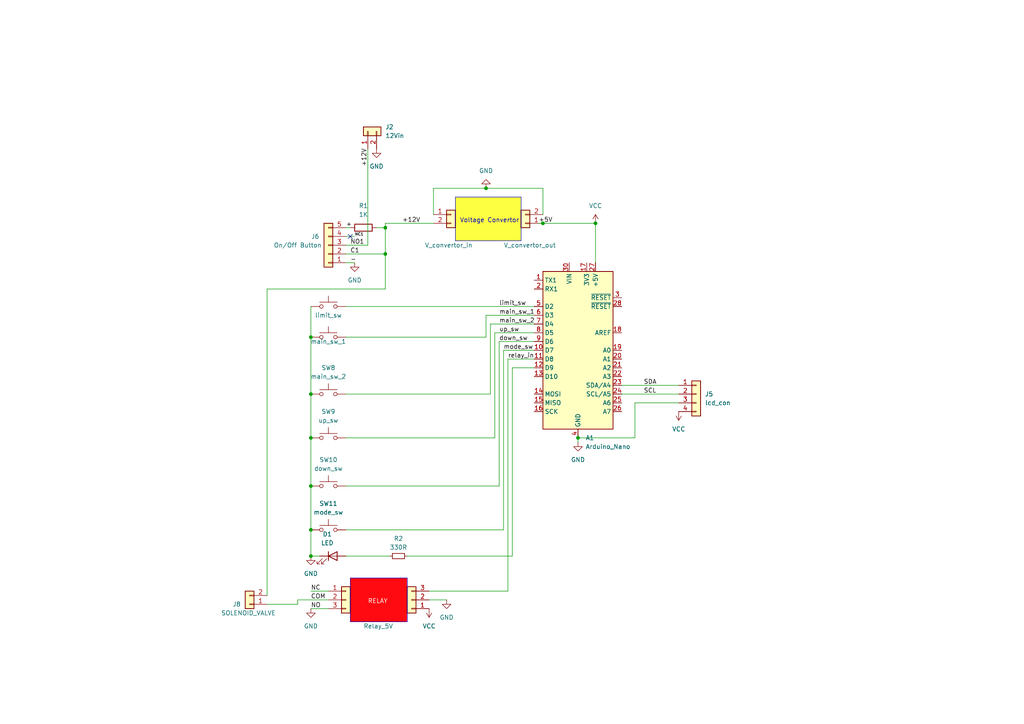
<source format=kicad_sch>
(kicad_sch (version 20230121) (generator eeschema)
  (paper "A4")
  (title_block (title "Pneumatic Press Connection Diagram") (date "2024-01-21") (rev "1.0") (company "Capistor"))
  (lib_symbols
    (symbol "Connector_Generic:Conn_01x02" (pin_names (offset 1.016) hide)
      (property "Reference" "J" (at 0 2.54 0))
      (property "Value" "Conn_01x02" (at 0 -5.08 0))
      (symbol "Conn_01x02_1_1"
        (rectangle (start -1.27 -2.413) (end 0 -2.667) (stroke (width 0.1524)))
        (rectangle (start -1.27 0.127) (end 0 -0.127) (stroke (width 0.1524)))
        (rectangle (start -1.27 1.27) (end 1.27 -3.81) (stroke (width 0.254)) (fill (type background)))
        (pin passive line (at -5.08 0 0) (length 3.81) (name "Pin_1") (number "1"))
        (pin passive line (at -5.08 -2.54 0) (length 3.81) (name "Pin_2") (number "2"))
      )
    )
    (symbol "Connector_Generic:Conn_01x03" (pin_names (offset 1.016) hide)
      (property "Reference" "J" (at 0 5.08 0))
      (property "Value" "Conn_01x03" (at 0 -5.08 0))
      (symbol "Conn_01x03_1_1"
        (rectangle (start -1.27 -2.413) (end 0 -2.667) (stroke (width 0.1524)))
        (rectangle (start -1.27 0.127) (end 0 -0.127) (stroke (width 0.1524)))
        (rectangle (start -1.27 2.667) (end 0 2.413) (stroke (width 0.1524)))
        (rectangle (start -1.27 3.81) (end 1.27 -3.81) (stroke (width 0.254)) (fill (type background)))
        (pin passive line (at -5.08 2.54 0) (length 3.81) (name "Pin_1") (number "1"))
        (pin passive line (at -5.08 0 0) (length 3.81) (name "Pin_2") (number "2"))
        (pin passive line (at -5.08 -2.54 0) (length 3.81) (name "Pin_3") (number "3"))
      )
    )
    (symbol "Connector_Generic:Conn_01x04" (pin_names (offset 1.016) hide)
      (property "Reference" "J" (at 0 5.08 0))
      (property "Value" "Conn_01x04" (at 0 -7.62 0))
      (symbol "Conn_01x04_1_1"
        (rectangle (start -1.27 -4.953) (end 0 -5.207) (stroke (width 0.1524)))
        (rectangle (start -1.27 -2.413) (end 0 -2.667) (stroke (width 0.1524)))
        (rectangle (start -1.27 0.127) (end 0 -0.127) (stroke (width 0.1524)))
        (rectangle (start -1.27 2.667) (end 0 2.413) (stroke (width 0.1524)))
        (rectangle (start -1.27 3.81) (end 1.27 -6.35) (stroke (width 0.254)) (fill (type background)))
        (pin passive line (at -5.08 2.54 0) (length 3.81) (name "Pin_1") (number "1"))
        (pin passive line (at -5.08 0 0) (length 3.81) (name "Pin_2") (number "2"))
        (pin passive line (at -5.08 -2.54 0) (length 3.81) (name "Pin_3") (number "3"))
        (pin passive line (at -5.08 -5.08 0) (length 3.81) (name "Pin_4") (number "4"))
      )
    )
    (symbol "Connector_Generic:Conn_01x05" (pin_names (offset 1.016) hide)
      (property "Reference" "J" (at 0 7.62 0))
      (property "Value" "Conn_01x05" (at 0 -7.62 0))
      (symbol "Conn_01x05_1_1"
        (rectangle (start -1.27 -4.953) (end 0 -5.207) (stroke (width 0.1524)))
        (rectangle (start -1.27 -2.413) (end 0 -2.667) (stroke (width 0.1524)))
        (rectangle (start -1.27 0.127) (end 0 -0.127) (stroke (width 0.1524)))
        (rectangle (start -1.27 2.667) (end 0 2.413) (stroke (width 0.1524)))
        (rectangle (start -1.27 5.207) (end 0 4.953) (stroke (width 0.1524)))
        (rectangle (start -1.27 6.35) (end 1.27 -6.35) (stroke (width 0.254)) (fill (type background)))
        (pin passive line (at -5.08 5.08 0) (length 3.81) (name "Pin_1") (number "1"))
        (pin passive line (at -5.08 2.54 0) (length 3.81) (name "Pin_2") (number "2"))
        (pin passive line (at -5.08 0 0) (length 3.81) (name "Pin_3") (number "3"))
        (pin passive line (at -5.08 -2.54 0) (length 3.81) (name "Pin_4") (number "4"))
        (pin passive line (at -5.08 -5.08 0) (length 3.81) (name "Pin_5") (number "5"))
      )
    )
    (symbol "Device:LED" (pin_numbers hide) (pin_names (offset 1.016) hide)
      (property "Reference" "D" (at 0 2.54 0))
      (property "Value" "LED" (at 0 -2.54 0))
      (symbol "LED_0_1"
        (polyline (pts (xy -1.27 -1.27) (xy -1.27 1.27)) (stroke (width 0.254)))
        (polyline (pts (xy -1.27 0) (xy 1.27 0)))
        (polyline (pts (xy 1.27 -1.27) (xy 1.27 1.27) (xy -1.27 0) (xy 1.27 -1.27)) (stroke (width 0.254)))
        (polyline (pts (xy -3.048 -0.762) (xy -4.572 -2.286) (xy -3.81 -2.286) (xy -4.572 -2.286) (xy -4.572 -1.524)))
        (polyline (pts (xy -1.778 -0.762) (xy -3.302 -2.286) (xy -2.54 -2.286) (xy -3.302 -2.286) (xy -3.302 -1.524)))
      )
      (symbol "LED_1_1"
        (pin passive line (at -3.81 0 0) (length 2.54) (name "K") (number "1"))
        (pin passive line (at 3.81 0 180) (length 2.54) (name "A") (number "2"))
      )
    )
    (symbol "Device:R" (pin_numbers hide) (pin_names (offset 0))
      (property "Reference" "R" (at 2.032 0 90))
      (property "Value" "R" (at 0 0 90))
      (symbol "R_0_1"
        (rectangle (start -1.016 -2.54) (end 1.016 2.54) (stroke (width 0.254)))
      )
      (symbol "R_1_1"
        (pin passive line (at 0 3.81 270) (length 1.27) (name "~") (number "1"))
        (pin passive line (at 0 -3.81 90) (length 1.27) (name "~") (number "2"))
      )
    )
    (symbol "Device:R_Small" (pin_numbers hide) (pin_names (offset 0.254) hide)
      (property "Reference" "R" (at 0.762 0.508 0))
      (property "Value" "R_Small" (at 0.762 -1.016 0))
      (symbol "R_Small_0_1"
        (rectangle (start -0.762 1.778) (end 0.762 -1.778) (stroke (width 0.2032)))
      )
      (symbol "R_Small_1_1"
        (pin passive line (at 0 2.54 270) (length 0.762) (name "~") (number "1"))
        (pin passive line (at 0 -2.54 90) (length 0.762) (name "~") (number "2"))
      )
    )
    (symbol "MCU_Module:Arduino_Nano_Every"
      (property "Reference" "A" (at -10.16 23.495 0))
      (property "Value" "Arduino_Nano_Every" (at 5.08 -24.13 0))
      (symbol "Arduino_Nano_Every_0_1"
        (rectangle (start -10.16 22.86) (end 10.16 -22.86) (stroke (width 0.254)) (fill (type background)))
      )
      (symbol "Arduino_Nano_Every_1_1"
        (pin bidirectional line (at -12.7 20.32 0) (length 2.54) (name "TX1") (number "1"))
        (pin bidirectional line (at -12.7 0 0) (length 2.54) (name "D7") (number "10"))
        (pin bidirectional line (at -12.7 -2.54 0) (length 2.54) (name "D8") (number "11"))
        (pin bidirectional line (at -12.7 -5.08 0) (length 2.54) (name "D9") (number "12"))
        (pin bidirectional line (at -12.7 -7.62 0) (length 2.54) (name "D10") (number "13"))
        (pin bidirectional line (at -12.7 -12.7 0) (length 2.54) (name "MOSI") (number "14"))
        (pin bidirectional line (at -12.7 -15.24 0) (length 2.54) (name "MISO") (number "15"))
        (pin bidirectional line (at -12.7 -17.78 0) (length 2.54) (name "SCK") (number "16"))
        (pin power_out line (at 2.54 25.4 270) (length 2.54) (name "3V3") (number "17"))
        (pin input line (at 12.7 5.08 180) (length 2.54) (name "AREF") (number "18"))
        (pin bidirectional line (at 12.7 0 180) (length 2.54) (name "A0") (number "19"))
        (pin bidirectional line (at -12.7 17.78 0) (length 2.54) (name "RX1") (number "2"))
        (pin bidirectional line (at 12.7 -2.54 180) (length 2.54) (name "A1") (number "20"))
        (pin bidirectional line (at 12.7 -5.08 180) (length 2.54) (name "A2") (number "21"))
        (pin bidirectional line (at 12.7 -7.62 180) (length 2.54) (name "A3") (number "22"))
        (pin bidirectional line (at 12.7 -10.16 180) (length 2.54) (name "SDA/A4") (number "23"))
        (pin bidirectional line (at 12.7 -12.7 180) (length 2.54) (name "SCL/A5") (number "24"))
        (pin bidirectional line (at 12.7 -15.24 180) (length 2.54) (name "A6") (number "25"))
        (pin bidirectional line (at 12.7 -17.78 180) (length 2.54) (name "A7") (number "26"))
        (pin power_out line (at 5.08 25.4 270) (length 2.54) (name "+5V") (number "27"))
        (pin input line (at 12.7 12.7 180) (length 2.54) (name "~{RESET}") (number "28"))
        (pin passive line (at 0 -25.4 90) (length 2.54) hide (name "GND") (number "29"))
        (pin input line (at 12.7 15.24 180) (length 2.54) (name "~{RESET}") (number "3"))
        (pin power_in line (at -2.54 25.4 270) (length 2.54) (name "VIN") (number "30"))
        (pin power_in line (at 0 -25.4 90) (length 2.54) (name "GND") (number "4"))
        (pin bidirectional line (at -12.7 12.7 0) (length 2.54) (name "D2") (number "5"))
        (pin bidirectional line (at -12.7 10.16 0) (length 2.54) (name "D3") (number "6"))
        (pin bidirectional line (at -12.7 7.62 0) (length 2.54) (name "D4") (number "7"))
        (pin bidirectional line (at -12.7 5.08 0) (length 2.54) (name "D5") (number "8"))
        (pin bidirectional line (at -12.7 2.54 0) (length 2.54) (name "D6") (number "9"))
      )
    )
    (symbol "Switch:SW_Push" (pin_numbers hide) (pin_names (offset 1.016) hide)
      (property "Reference" "SW" (at 1.27 2.54 0))
      (property "Value" "SW_Push" (at 0 -1.524 0))
      (symbol "SW_Push_0_1"
        (circle (center -2.032 0) (radius 0.508))
        (polyline (pts (xy 0 1.27) (xy 0 3.048)))
        (polyline (pts (xy 2.54 1.27) (xy -2.54 1.27)))
        (circle (center 2.032 0) (radius 0.508))
        (pin passive line (at -5.08 0 0) (length 2.54) (name "1") (number "1"))
        (pin passive line (at 5.08 0 180) (length 2.54) (name "2") (number "2"))
      )
    )
    (symbol "power:GND" (power) (pin_names (offset 0))
      (property "Value" "GND" (at 0 -3.81 0))
      (symbol "GND_0_1"
        (polyline (pts (xy 0 0) (xy 0 -1.27) (xy 1.27 -1.27) (xy 0 -2.54) (xy -1.27 -1.27) (xy 0 -1.27)))
      )
      (symbol "GND_1_1"
        (pin power_in line (at 0 0 270) (length 0) hide (name "GND") (number "1"))
      )
    )
    (symbol "power:VCC" (power) (pin_names (offset 0))
      (property "Value" "VCC" (at 0 3.81 0))
      (symbol "VCC_0_1"
        (polyline (pts (xy -0.762 1.27) (xy 0 2.54)))
        (polyline (pts (xy 0 0) (xy 0 2.54)))
        (polyline (pts (xy 0 2.54) (xy 0.762 1.27)))
      )
      (symbol "VCC_1_1"
        (pin power_in line (at 0 0 90) (length 0) hide (name "VCC") (number "1"))
      )
    )
  )
  (junction (at 90.17 153.67))
  (junction (at 140.97 54.61))
  (junction (at 90.17 140.97))
  (junction (at 90.17 161.29))
  (junction (at 90.17 114.3))
  (junction (at 111.76 66.04))
  (junction (at 167.64 127))
  (junction (at 90.17 97.79))
  (junction (at 172.72 64.77))
  (junction (at 90.17 127))
  (junction (at 111.76 73.66))
  (junction (at 157.48 64.77))
  (no_connect (at 101.6 68.58))
  (wire (pts (xy 140.97 91.44) (xy 154.94 91.44)))
  (wire (pts (xy 90.17 88.9) (xy 90.17 97.79)))
  (wire (pts (xy 100.33 114.3) (xy 142.24 114.3)))
  (wire (pts (xy 111.76 83.82) (xy 111.76 73.66)))
  (wire (pts (xy 90.17 140.97) (xy 90.17 153.67)))
  (wire (pts (xy 90.17 114.3) (xy 90.17 127)))
  (wire (pts (xy 172.72 64.77) (xy 172.72 76.2)))
  (wire (pts (xy 157.48 64.77) (xy 172.72 64.77)))
  (wire (pts (xy 148.59 106.68) (xy 148.59 161.29)))
  (wire (pts (xy 111.76 73.66) (xy 111.76 66.04)))
  (wire (pts (xy 90.17 161.29) (xy 92.71 161.29)))
  (wire (pts (xy 147.32 171.45) (xy 147.32 104.14)))
  (wire (pts (xy 124.46 171.45) (xy 147.32 171.45)))
  (wire (pts (xy 100.33 73.66) (xy 111.76 73.66)))
  (wire (pts (xy 143.51 96.52) (xy 154.94 96.52)))
  (wire (pts (xy 100.33 68.58) (xy 102.87 68.58)))
  (wire (pts (xy 100.33 76.2) (xy 102.87 76.2)))
  (wire (pts (xy 140.97 54.61) (xy 157.48 54.61)))
  (wire (pts (xy 100.33 88.9) (xy 154.94 88.9)))
  (wire (pts (xy 106.68 43.18) (xy 106.68 71.12)))
  (wire (pts (xy 143.51 96.52) (xy 143.51 127)))
  (wire (pts (xy 196.85 116.84) (xy 184.15 116.84)))
  (wire (pts (xy 146.05 101.6) (xy 154.94 101.6)))
  (wire (pts (xy 90.17 176.53) (xy 95.25 176.53)))
  (wire (pts (xy 111.76 66.04) (xy 111.76 64.77)))
  (wire (pts (xy 86.36 175.26) (xy 86.36 173.99)))
  (wire (pts (xy 125.73 62.23) (xy 125.73 54.61)))
  (wire (pts (xy 144.78 99.06) (xy 154.94 99.06)))
  (wire (pts (xy 156.21 64.77) (xy 157.48 64.77)))
  (wire (pts (xy 86.36 173.99) (xy 95.25 173.99)))
  (wire (pts (xy 140.97 97.79) (xy 140.97 91.44)))
  (wire (pts (xy 90.17 171.45) (xy 95.25 171.45)))
  (wire (pts (xy 90.17 161.29) (xy 90.17 153.67)))
  (wire (pts (xy 109.22 66.04) (xy 111.76 66.04)))
  (wire (pts (xy 100.33 140.97) (xy 144.78 140.97)))
  (wire (pts (xy 111.76 64.77) (xy 125.73 64.77)))
  (wire (pts (xy 77.47 172.72) (xy 77.47 83.82)))
  (wire (pts (xy 113.03 161.29) (xy 100.33 161.29)))
  (wire (pts (xy 142.24 93.98) (xy 142.24 114.3)))
  (wire (pts (xy 100.33 153.67) (xy 146.05 153.67)))
  (wire (pts (xy 100.33 66.04) (xy 101.6 66.04)))
  (wire (pts (xy 77.47 83.82) (xy 111.76 83.82)))
  (wire (pts (xy 146.05 153.67) (xy 146.05 101.6)))
  (wire (pts (xy 147.32 104.14) (xy 154.94 104.14)))
  (wire (pts (xy 100.33 97.79) (xy 140.97 97.79)))
  (wire (pts (xy 180.34 111.76) (xy 196.85 111.76)))
  (wire (pts (xy 154.94 106.68) (xy 148.59 106.68)))
  (wire (pts (xy 184.15 127) (xy 167.64 127)))
  (wire (pts (xy 184.15 116.84) (xy 184.15 127)))
  (wire (pts (xy 129.54 173.99) (xy 124.46 173.99)))
  (wire (pts (xy 90.17 97.79) (xy 90.17 114.3)))
  (wire (pts (xy 148.59 161.29) (xy 118.11 161.29)))
  (wire (pts (xy 125.73 54.61) (xy 140.97 54.61)))
  (wire (pts (xy 77.47 175.26) (xy 86.36 175.26)))
  (wire (pts (xy 100.33 71.12) (xy 106.68 71.12)))
  (wire (pts (xy 167.64 128.27) (xy 167.64 127)))
  (wire (pts (xy 142.24 93.98) (xy 154.94 93.98)))
  (wire (pts (xy 180.34 114.3) (xy 196.85 114.3)))
  (wire (pts (xy 90.17 127) (xy 90.17 140.97)))
  (wire (pts (xy 157.48 54.61) (xy 157.48 62.23)))
  (wire (pts (xy 100.33 127) (xy 143.51 127)))
  (wire (pts (xy 144.78 99.06) (xy 144.78 140.97)))
  (rectangle (start 132.08 57.15) (end 151.13 69.85) (fill (type color) (color 253 255 65 1)))
  (rectangle (start 101.6 167.64) (end 118.11 180.34) (fill (type color) (color 255 10 16 1)))
  (text "RELAY\n" (at 106.68 175.26 0) (effects (font (size 1.27 1.27)) (justify left bottom)))
  (text "Voltage Convertor\n" (at 133.35 64.77 0) (effects (font (size 1.27 1.27)) (justify left bottom)))
  (label "SCL" (at 186.69 114.3 0))
  (label "main_sw_1" (at 144.78 91.44 0))
  (label "+" (at 100.33 66.04 0))
  (label "relay_in" (at 147.32 104.14 0))
  (label "limit_sw" (at 144.78 88.9 0))
  (label "+5V" (at 156.21 64.77 0))
  (label "COM" (at 90.17 173.99 0))
  (label "C1" (at 101.6 73.66 0))
  (label "NO1" (at 101.6 71.12 0))
  (label "NC" (at 90.17 171.45 0))
  (label "NC1" (at 102.87 68.58 0) (effects (font (size 0.8 0.8))))
  (label "NO" (at 90.17 176.53 0))
  (label "SDA" (at 186.69 111.76 0))
  (label "+12V" (at 106.68 48.26 90))
  (label "main_sw_2" (at 144.78 93.98 0))
  (label "+12V" (at 121.92 64.77 180))
  (label "down_sw" (at 144.78 99.06 0))
  (label "-" (at 101.6 76.2 0))
  (label "up_sw" (at 144.78 96.52 0))
  (label "mode_sw" (at 146.05 101.6 0))
  (symbol (lib_id "power:GND") (at 90.17 161.29 0) (unit 1)
    (property "Reference" "#PWR03" (effects hide))
    (property "Value" "GND" (at 90.17 166.37 0))
  )
  (symbol (lib_id "Connector_Generic:Conn_01x02") (at 106.68 38.1 90) (unit 1)
    (property "Reference" "J2" (at 111.76 36.83 90) (effects (justify right)))
    (property "Value" "12Vin" (at 111.76 39.37 90) (effects (justify right)))
  )
  (symbol (lib_id "Connector_Generic:Conn_01x02") (at 72.39 175.26 180) (unit 1)
    (property "Reference" "J8" (at 69.85 175.26 0) (effects (justify left)))
    (property "Value" "SOLENOID_VALVE" (at 80.01 177.8 0) (effects (justify left)))
  )
  (symbol (lib_id "power:VCC") (at 124.46 176.53 180) (unit 1)
    (property "Reference" "#PWR01" (effects hide))
    (property "Value" "VCC" (at 124.46 181.61 0))
  )
  (symbol (lib_id "power:GND") (at 109.22 43.18 0) (unit 1)
    (property "Reference" "#PWR04" (effects hide))
    (property "Value" "GND" (at 109.22 48.26 0))
  )
  (symbol (lib_id "power:GND") (at 167.64 128.27 0) (unit 1)
    (property "Reference" "#PWR07" (effects hide))
    (property "Value" "GND" (at 167.64 133.35 0))
  )
  (symbol (lib_id "Connector_Generic:Conn_01x03") (at 119.38 173.99 180) (unit 1)
    (property "Reference" "J1" (effects hide))
    (property "Value" "Relay_5V" (effects hide))
  )
  (symbol (lib_id "Connector_Generic:Conn_01x05") (at 95.25 71.12 180) (unit 1)
    (property "Reference" "J6" (at 91.44 68.58 0))
    (property "Value" "On/Off Button" (at 86.36 71.12 0))
  )
  (symbol (lib_id "power:VCC") (at 172.72 64.77 0) (unit 1)
    (property "Reference" "#PWR06" (effects hide))
    (property "Value" "VCC" (at 172.72 59.69 0))
  )
  (symbol (lib_id "Switch:SW_Push") (at 95.25 114.3 0) (unit 1)
    (property "Reference" "SW8" (at 95.25 106.68 0))
    (property "Value" "main_sw_2" (at 95.25 109.22 0))
  )
  (symbol (lib_id "Switch:SW_Push") (at 95.25 88.9 0) (unit 1)
    (property "Reference" "SW1" (effects hide))
    (property "Value" "limit_sw" (at 95.25 91.44 0))
  )
  (symbol (lib_id "power:GND") (at 102.87 76.2 0) (unit 1)
    (property "Reference" "#PWR010" (effects hide))
    (property "Value" "GND" (at 102.87 81.28 0))
  )
  (symbol (lib_id "Connector_Generic:Conn_01x02") (at 152.4 64.77 180) (unit 1)
    (property "Reference" "J4" (effects hide))
    (property "Value" "V_convertor_out" (at 153.67 71.12 0))
  )
  (symbol (lib_id "power:VCC") (at 196.85 119.38 180) (unit 1)
    (property "Reference" "#PWR08" (effects hide))
    (property "Value" "VCC" (at 196.85 124.46 0))
  )
  (symbol (lib_id "Connector_Generic:Conn_01x04") (at 201.93 114.3 0) (unit 1)
    (property "Reference" "J5" (at 204.47 114.3 0) (effects (justify left)))
    (property "Value" "lcd_con" (at 204.47 116.84 0) (effects (justify left)))
  )
  (symbol (lib_id "Switch:SW_Push") (at 95.25 140.97 0) (unit 1)
    (property "Reference" "SW10" (at 95.25 133.35 0))
    (property "Value" "down_sw" (at 95.25 135.89 0))
  )
  (symbol (lib_id "Connector_Generic:Conn_01x03") (at 100.33 173.99 0) (unit 1)
    (property "Reference" "J7" (effects hide))
    (property "Value" "Relay_5V" (at 105.41 181.61 0) (effects (justify left)))
  )
  (symbol (lib_id "Switch:SW_Push") (at 95.25 153.67 0) (unit 1)
    (property "Reference" "SW11" (at 95.25 146.05 0))
    (property "Value" "mode_sw" (at 95.25 148.59 0))
  )
  (symbol (lib_id "Device:LED") (at 96.52 161.29 0) (unit 1)
    (property "Reference" "D1" (at 94.9325 154.94 0))
    (property "Value" "LED" (at 94.9325 157.48 0))
  )
  (symbol (lib_id "power:GND") (at 140.97 54.61 180) (unit 1)
    (property "Reference" "#PWR05" (effects hide))
    (property "Value" "GND" (at 140.97 49.53 0))
  )
  (symbol (lib_id "MCU_Module:Arduino_Nano_Every") (at 167.64 101.6 0) (unit 1)
    (property "Reference" "A1" (at 169.8341 127 0) (effects (justify left)))
    (property "Value" "Arduino_Nano" (at 169.8341 129.54 0) (effects (justify left)))
    (property "Footprint" "Module:Arduino_Nano" (effects hide))
    (property "Datasheet" "https://content.arduino.cc/assets/NANOEveryV3.0_sch.pdf" (effects hide))
  )
  (symbol (lib_id "Switch:SW_Push") (at 95.25 97.79 0) (unit 1)
    (property "Reference" "SW7" (effects hide))
    (property "Value" "main_sw_1" (at 95.25 99.06 0))
  )
  (symbol (lib_id "Device:R_Small") (at 115.57 161.29 90) (unit 1)
    (property "Reference" "R2" (at 115.57 156.21 90))
    (property "Value" "330R" (at 115.57 158.75 90))
  )
  (symbol (lib_id "power:GND") (at 90.17 176.53 0) (unit 1)
    (property "Reference" "#PWR09" (effects hide))
    (property "Value" "GND" (at 90.17 181.61 0))
  )
  (symbol (lib_id "Device:R") (at 105.41 66.04 270) (unit 1)
    (property "Reference" "R1" (at 105.41 59.69 90))
    (property "Value" "1K" (at 105.41 62.23 90))
  )
  (symbol (lib_id "power:GND") (at 129.54 173.99 0) (unit 1)
    (property "Reference" "#PWR02" (effects hide))
    (property "Value" "GND" (at 129.54 179.07 0))
  )
  (symbol (lib_id "Switch:SW_Push") (at 95.25 127 0) (unit 1)
    (property "Reference" "SW9" (at 95.25 119.38 0))
    (property "Value" "up_sw" (at 95.25 121.92 0))
  )
  (symbol (lib_id "Connector_Generic:Conn_01x02") (at 130.81 62.23 0) (unit 1)
    (property "Reference" "J3" (effects hide))
    (property "Value" "V_convertor_in" (at 123.19 71.12 0) (effects (justify left)))
  )
)
</source>
